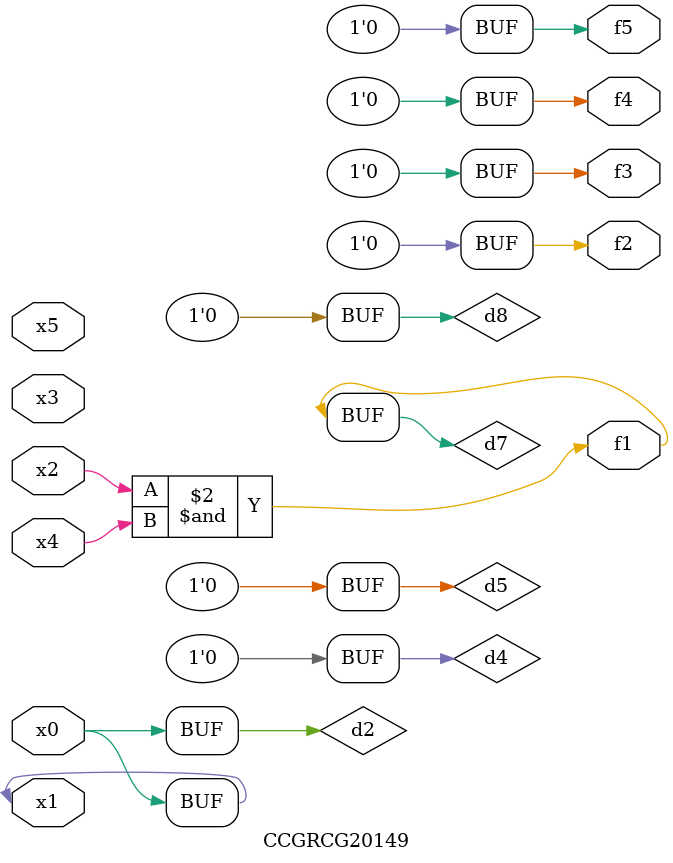
<source format=v>
module CCGRCG20149(
	input x0, x1, x2, x3, x4, x5,
	output f1, f2, f3, f4, f5
);

	wire d1, d2, d3, d4, d5, d6, d7, d8, d9;

	nand (d1, x1);
	buf (d2, x0, x1);
	nand (d3, x2, x4);
	and (d4, d1, d2);
	and (d5, d1, d2);
	nand (d6, d1, d3);
	not (d7, d3);
	xor (d8, d5);
	nor (d9, d5, d6);
	assign f1 = d7;
	assign f2 = d8;
	assign f3 = d8;
	assign f4 = d8;
	assign f5 = d8;
endmodule

</source>
